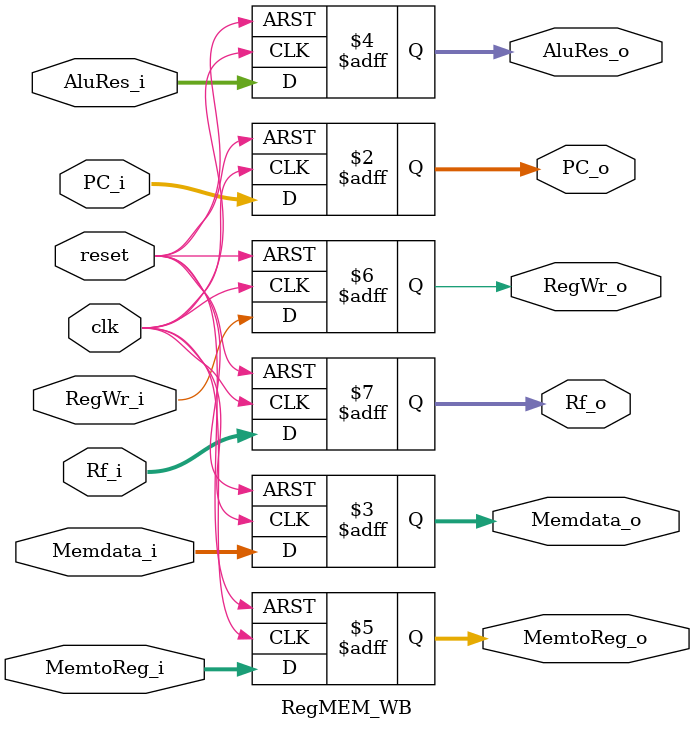
<source format=v>
`timescale 1ns / 1ps
module RegMEM_WB(
    input reset, input clk, 
    input wire [31:0] PC_i,
    input wire [31:0] Memdata_i, 
    input wire [31:0] AluRes_i,
    input wire [1:0] MemtoReg_i,
    input RegWr_i,
    input wire [4:0] Rf_i,
    output reg [31:0] PC_o,
    output reg [31:0] Memdata_o,
    output reg [31:0] AluRes_o,
    output reg [1:0] MemtoReg_o,
    output reg RegWr_o,
    output reg [4:0] Rf_o
    );
    
    always@(posedge reset or posedge clk) begin
        if (reset) begin
            PC_o <= 0;
            Memdata_o <= 0;
            AluRes_o <= 0;
            MemtoReg_o <= 2'b00;
            RegWr_o <= 0;
            Rf_o <= 0;
        end 
        else begin
            PC_o <= PC_i;
            Memdata_o <= Memdata_i;
            AluRes_o <= AluRes_i;
            MemtoReg_o <= MemtoReg_i;
            RegWr_o <= RegWr_i;
            Rf_o <= Rf_i;
        end
    end
endmodule
</source>
